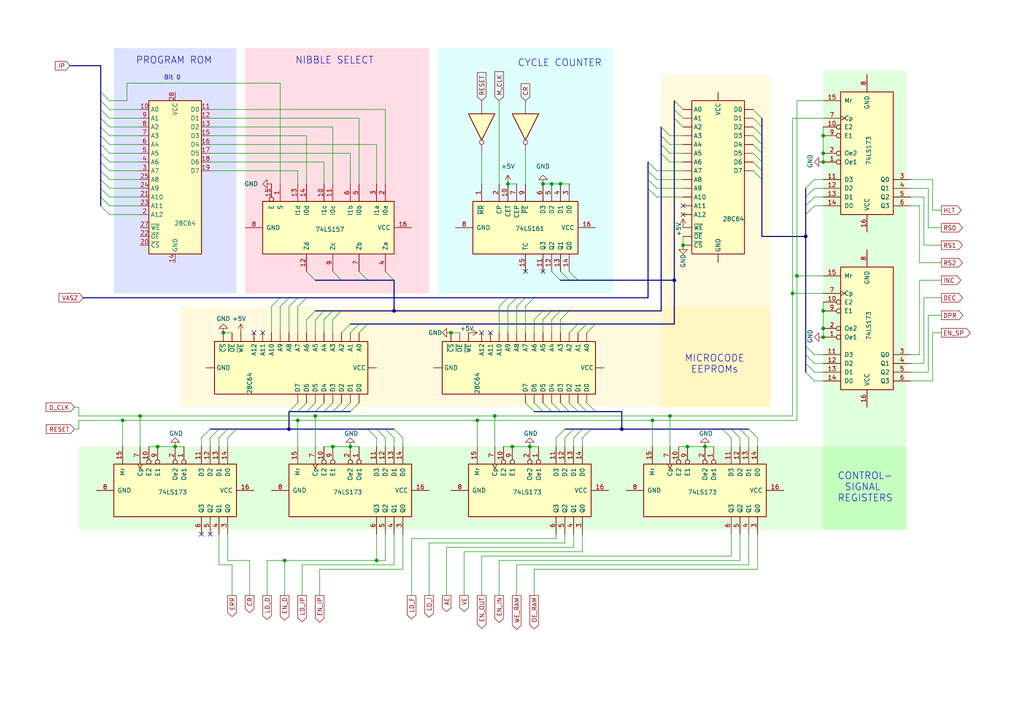
<source format=kicad_sch>
(kicad_sch (version 20231120) (generator "eeschema") (generator_version "8.0")
  (paper "A4")
  (junction (at 238.76 97.79))
  (junction (at 35.56 121.92))
  (junction (at 238.76 90.17))
  (junction (at 199.39 129.54))
  (junction (at 195.58 81.28))
  (junction (at 238.76 46.99))
  (junction (at 204.47 129.54))
  (junction (at 238.76 44.45))
  (junction (at 83.82 124.46))
  (junction (at 233.68 68.58))
  (junction (at 101.6 129.54))
  (junction (at 143.51 120.65))
  (junction (at 64.77 96.52))
  (junction (at 148.59 129.54))
  (junction (at 180.34 124.46))
  (junction (at 229.87 85.09))
  (junction (at 138.43 121.92))
  (junction (at 91.44 120.65))
  (junction (at 40.64 120.65))
  (junction (at 147.32 53.34))
  (junction (at 114.3 90.17))
  (junction (at 86.36 121.92))
  (junction (at 50.8 129.54))
  (junction (at 109.22 162.56))
  (junction (at 238.76 95.25))
  (junction (at 238.76 39.37))
  (junction (at 96.52 129.54))
  (junction (at 157.48 53.34))
  (junction (at 189.23 121.92))
  (junction (at 198.12 71.12))
  (junction (at 82.55 162.56))
  (junction (at 194.31 120.65))
  (junction (at 45.72 129.54))
  (junction (at 162.56 53.34))
  (junction (at 130.81 96.52))
  (junction (at 153.67 129.54))
  (junction (at 231.14 80.01))
  (junction (at 160.02 53.34))
  (no_connect (at 73.66 96.52))
  (no_connect (at 58.42 154.94))
  (no_connect (at 157.48 78.74))
  (no_connect (at 152.4 78.74))
  (no_connect (at 198.12 62.23))
  (no_connect (at 60.96 154.94))
  (no_connect (at 198.12 59.69))
  (no_connect (at 142.24 96.52))
  (no_connect (at 76.2 96.52))
  (no_connect (at 139.7 96.52))
  (bus_entry (at 114.3 127) (size -2.54 -2.54))
  (bus_entry (at 191.77 36.83) (size 2.54 2.54))
  (bus_entry (at 160.02 116.84) (size 2.54 2.54))
  (bus_entry (at 93.98 119.38) (size 2.54 -2.54))
  (bus_entry (at 167.64 96.52) (size 2.54 -2.54))
  (bus_entry (at 111.76 78.74) (size 2.54 2.54))
  (bus_entry (at 144.78 88.9) (size 2.54 -2.54))
  (bus_entry (at 86.36 119.38) (size 2.54 -2.54))
  (bus_entry (at 170.18 116.84) (size 2.54 2.54))
  (bus_entry (at 104.14 96.52) (size 2.54 -2.54))
  (bus_entry (at 86.36 88.9) (size 2.54 -2.54))
  (bus_entry (at 88.9 119.38) (size 2.54 -2.54))
  (bus_entry (at 154.94 92.71) (size 2.54 -2.54))
  (bus_entry (at 60.96 127) (size 2.54 -2.54))
  (bus_entry (at 233.68 54.61) (size 2.54 -2.54))
  (bus_entry (at 218.44 49.53) (size 2.54 2.54))
  (bus_entry (at 29.21 59.69) (size 2.54 2.54))
  (bus_entry (at 218.44 46.99) (size 2.54 2.54))
  (bus_entry (at 116.84 127) (size -2.54 -2.54))
  (bus_entry (at 99.06 96.52) (size 2.54 -2.54))
  (bus_entry (at 29.21 36.83) (size 2.54 2.54))
  (bus_entry (at 29.21 49.53) (size 2.54 2.54))
  (bus_entry (at 187.96 52.07) (size 2.54 2.54))
  (bus_entry (at 218.44 36.83) (size 2.54 2.54))
  (bus_entry (at 233.68 100.33) (size 2.54 2.54))
  (bus_entry (at 165.1 96.52) (size 2.54 -2.54))
  (bus_entry (at 165.1 78.74) (size 2.54 2.54))
  (bus_entry (at 63.5 127) (size 2.54 -2.54))
  (bus_entry (at 168.91 127) (size 2.54 -2.54))
  (bus_entry (at 29.21 29.21) (size 2.54 2.54))
  (bus_entry (at 166.37 127) (size 2.54 -2.54))
  (bus_entry (at 66.04 127) (size 2.54 -2.54))
  (bus_entry (at 218.44 44.45) (size 2.54 2.54))
  (bus_entry (at 154.94 116.84) (size 2.54 2.54))
  (bus_entry (at 83.82 119.38) (size 2.54 -2.54))
  (bus_entry (at 96.52 78.74) (size 2.54 2.54))
  (bus_entry (at 162.56 78.74) (size 2.54 2.54))
  (bus_entry (at 81.28 88.9) (size 2.54 -2.54))
  (bus_entry (at 152.4 88.9) (size 2.54 -2.54))
  (bus_entry (at 29.21 54.61) (size 2.54 2.54))
  (bus_entry (at 191.77 41.91) (size 2.54 2.54))
  (bus_entry (at 29.21 31.75) (size 2.54 2.54))
  (bus_entry (at 218.44 31.75) (size 2.54 2.54))
  (bus_entry (at 99.06 90.17) (size -2.54 2.54))
  (bus_entry (at 29.21 41.91) (size 2.54 2.54))
  (bus_entry (at 187.96 46.99) (size 2.54 2.54))
  (bus_entry (at 157.48 116.84) (size 2.54 2.54))
  (bus_entry (at 29.21 57.15) (size 2.54 2.54))
  (bus_entry (at 109.22 127) (size -2.54 -2.54))
  (bus_entry (at 147.32 88.9) (size 2.54 -2.54))
  (bus_entry (at 93.98 90.17) (size -2.54 2.54))
  (bus_entry (at 78.74 88.9) (size 2.54 -2.54))
  (bus_entry (at 96.52 119.38) (size 2.54 -2.54))
  (bus_entry (at 233.68 105.41) (size 2.54 2.54))
  (bus_entry (at 111.76 127) (size -2.54 -2.54))
  (bus_entry (at 160.02 92.71) (size 2.54 -2.54))
  (bus_entry (at 233.68 62.23) (size 2.54 -2.54))
  (bus_entry (at 217.17 127) (size -2.54 -2.54))
  (bus_entry (at 218.44 34.29) (size 2.54 2.54))
  (bus_entry (at 191.77 44.45) (size 2.54 2.54))
  (bus_entry (at 195.58 29.21) (size 2.54 2.54))
  (bus_entry (at 195.58 31.75) (size 2.54 2.54))
  (bus_entry (at 218.44 41.91) (size 2.54 2.54))
  (bus_entry (at 160.02 78.74) (size 2.54 2.54))
  (bus_entry (at 214.63 127) (size -2.54 -2.54))
  (bus_entry (at 29.21 46.99) (size 2.54 2.54))
  (bus_entry (at 96.52 90.17) (size -2.54 2.54))
  (bus_entry (at 165.1 116.84) (size 2.54 2.54))
  (bus_entry (at 219.71 127) (size -2.54 -2.54))
  (bus_entry (at 104.14 78.74) (size 2.54 2.54))
  (bus_entry (at 191.77 39.37) (size 2.54 2.54))
  (bus_entry (at 58.42 127) (size 2.54 -2.54))
  (bus_entry (at 29.21 44.45) (size 2.54 2.54))
  (bus_entry (at 29.21 52.07) (size 2.54 2.54))
  (bus_entry (at 162.56 116.84) (size 2.54 2.54))
  (bus_entry (at 161.29 127) (size 2.54 -2.54))
  (bus_entry (at 170.18 96.52) (size 2.54 -2.54))
  (bus_entry (at 233.68 102.87) (size 2.54 2.54))
  (bus_entry (at 149.86 88.9) (size 2.54 -2.54))
  (bus_entry (at 163.83 127) (size 2.54 -2.54))
  (bus_entry (at 233.68 59.69) (size 2.54 -2.54))
  (bus_entry (at 233.68 107.95) (size 2.54 2.54))
  (bus_entry (at 91.44 119.38) (size 2.54 -2.54))
  (bus_entry (at 29.21 26.67) (size 2.54 2.54))
  (bus_entry (at 29.21 34.29) (size 2.54 2.54))
  (bus_entry (at 187.96 49.53) (size 2.54 2.54))
  (bus_entry (at 101.6 96.52) (size 2.54 -2.54))
  (bus_entry (at 88.9 78.74) (size 2.54 2.54))
  (bus_entry (at 195.58 34.29) (size 2.54 2.54))
  (bus_entry (at 29.21 39.37) (size 2.54 2.54))
  (bus_entry (at 101.6 119.38) (size 2.54 -2.54))
  (bus_entry (at 157.48 92.71) (size 2.54 -2.54))
  (bus_entry (at 212.09 127) (size -2.54 -2.54))
  (bus_entry (at 99.06 119.38) (size 2.54 -2.54))
  (bus_entry (at 152.4 116.84) (size 2.54 2.54))
  (bus_entry (at 165.1 90.17) (size -2.54 2.54))
  (bus_entry (at 218.44 39.37) (size 2.54 2.54))
  (bus_entry (at 167.64 116.84) (size 2.54 2.54))
  (bus_entry (at 187.96 54.61) (size 2.54 2.54))
  (bus_entry (at 83.82 88.9) (size 2.54 -2.54))
  (bus_entry (at 233.68 57.15) (size 2.54 -2.54))
  (bus_entry (at 91.44 90.17) (size -2.54 2.54))
  (wire (pts (xy 194.31 44.45) (xy 198.12 44.45)))
  (bus (pts (xy 180.34 119.38) (xy 180.34 124.46)))
  (wire (pts (xy 236.22 57.15) (xy 238.76 57.15)))
  (bus (pts (xy 88.9 119.38) (xy 91.44 119.38)))
  (wire (pts (xy 31.75 41.91) (xy 40.64 41.91)))
  (wire (pts (xy 60.96 127) (xy 60.96 129.54)))
  (wire (pts (xy 266.7 59.69) (xy 266.7 76.2)))
  (wire (pts (xy 77.47 162.56) (xy 77.47 172.72)))
  (wire (pts (xy 212.09 154.94) (xy 212.09 161.29)))
  (bus (pts (xy 91.44 81.28) (xy 99.06 81.28)))
  (wire (pts (xy 96.52 36.83) (xy 96.52 53.34)))
  (wire (pts (xy 143.51 120.65) (xy 194.31 120.65)))
  (wire (pts (xy 194.31 120.65) (xy 229.87 120.65)))
  (wire (pts (xy 149.86 163.83) (xy 149.86 172.72)))
  (bus (pts (xy 162.56 81.28) (xy 165.1 81.28)))
  (wire (pts (xy 63.5 163.83) (xy 67.31 163.83)))
  (wire (pts (xy 160.02 53.34) (xy 162.56 53.34)))
  (bus (pts (xy 220.98 39.37) (xy 220.98 41.91)))
  (wire (pts (xy 78.74 88.9) (xy 78.74 96.52)))
  (wire (pts (xy 266.7 102.87) (xy 266.7 81.28)))
  (bus (pts (xy 187.96 54.61) (xy 187.96 86.36)))
  (bus (pts (xy 29.21 39.37) (xy 29.21 41.91)))
  (wire (pts (xy 157.48 92.71) (xy 157.48 96.52)))
  (bus (pts (xy 220.98 46.99) (xy 220.98 49.53)))
  (wire (pts (xy 22.86 124.46) (xy 21.59 124.46)))
  (bus (pts (xy 195.58 34.29) (xy 195.58 81.28)))
  (wire (pts (xy 219.71 127) (xy 219.71 129.54)))
  (bus (pts (xy 147.32 86.36) (xy 149.86 86.36)))
  (bus (pts (xy 29.21 57.15) (xy 29.21 59.69)))
  (wire (pts (xy 138.43 121.92) (xy 138.43 129.54)))
  (wire (pts (xy 104.14 34.29) (xy 104.14 53.34)))
  (bus (pts (xy 195.58 93.98) (xy 172.72 93.98)))
  (wire (pts (xy 66.04 162.56) (xy 72.39 162.56)))
  (wire (pts (xy 219.71 154.94) (xy 219.71 165.1)))
  (bus (pts (xy 195.58 31.75) (xy 195.58 34.29)))
  (bus (pts (xy 109.22 124.46) (xy 111.76 124.46)))
  (bus (pts (xy 93.98 119.38) (xy 96.52 119.38)))
  (bus (pts (xy 88.9 86.36) (xy 147.32 86.36)))
  (bus (pts (xy 220.98 52.07) (xy 220.98 68.58)))
  (bus (pts (xy 195.58 81.28) (xy 195.58 93.98)))
  (wire (pts (xy 231.14 29.21) (xy 231.14 80.01)))
  (bus (pts (xy 166.37 124.46) (xy 168.91 124.46)))
  (bus (pts (xy 111.76 124.46) (xy 114.3 124.46)))
  (wire (pts (xy 86.36 88.9) (xy 86.36 96.52)))
  (wire (pts (xy 91.44 92.71) (xy 91.44 96.52)))
  (bus (pts (xy 29.21 36.83) (xy 29.21 39.37)))
  (wire (pts (xy 190.5 54.61) (xy 198.12 54.61)))
  (wire (pts (xy 236.22 54.61) (xy 238.76 54.61)))
  (wire (pts (xy 163.83 127) (xy 163.83 129.54)))
  (wire (pts (xy 266.7 81.28) (xy 273.05 81.28)))
  (wire (pts (xy 264.16 107.95) (xy 269.24 107.95)))
  (wire (pts (xy 270.51 60.96) (xy 273.05 60.96)))
  (bus (pts (xy 24.13 86.36) (xy 81.28 86.36)))
  (bus (pts (xy 167.64 93.98) (xy 170.18 93.98)))
  (wire (pts (xy 236.22 102.87) (xy 238.76 102.87)))
  (bus (pts (xy 29.21 31.75) (xy 29.21 34.29)))
  (wire (pts (xy 163.83 154.94) (xy 163.83 157.48)))
  (wire (pts (xy 116.84 165.1) (xy 92.71 165.1)))
  (wire (pts (xy 93.98 46.99) (xy 93.98 53.34)))
  (bus (pts (xy 29.21 54.61) (xy 29.21 57.15)))
  (wire (pts (xy 190.5 57.15) (xy 198.12 57.15)))
  (wire (pts (xy 231.14 80.01) (xy 238.76 80.01)))
  (wire (pts (xy 161.29 156.21) (xy 119.38 156.21)))
  (wire (pts (xy 194.31 41.91) (xy 198.12 41.91)))
  (wire (pts (xy 124.46 157.48) (xy 124.46 172.72)))
  (wire (pts (xy 166.37 158.75) (xy 129.54 158.75)))
  (wire (pts (xy 229.87 120.65) (xy 229.87 85.09)))
  (bus (pts (xy 172.72 119.38) (xy 170.18 119.38)))
  (wire (pts (xy 153.67 129.54) (xy 156.21 129.54)))
  (bus (pts (xy 99.06 90.17) (xy 114.3 90.17)))
  (bus (pts (xy 233.68 105.41) (xy 233.68 107.95)))
  (wire (pts (xy 267.97 71.12) (xy 273.05 71.12)))
  (wire (pts (xy 60.96 34.29) (xy 104.14 34.29)))
  (wire (pts (xy 194.31 39.37) (xy 198.12 39.37)))
  (wire (pts (xy 267.97 57.15) (xy 267.97 71.12)))
  (wire (pts (xy 270.51 96.52) (xy 273.05 96.52)))
  (wire (pts (xy 152.4 44.45) (xy 152.4 53.34)))
  (wire (pts (xy 43.18 129.54) (xy 45.72 129.54)))
  (wire (pts (xy 194.31 120.65) (xy 194.31 129.54)))
  (wire (pts (xy 66.04 154.94) (xy 66.04 162.56)))
  (wire (pts (xy 22.86 121.92) (xy 22.86 124.46)))
  (wire (pts (xy 236.22 59.69) (xy 238.76 59.69)))
  (wire (pts (xy 236.22 107.95) (xy 238.76 107.95)))
  (bus (pts (xy 20.32 19.05) (xy 29.21 19.05)))
  (wire (pts (xy 31.75 49.53) (xy 40.64 49.53)))
  (wire (pts (xy 111.76 154.94) (xy 111.76 162.56)))
  (bus (pts (xy 106.68 93.98) (xy 167.64 93.98)))
  (bus (pts (xy 99.06 81.28) (xy 106.68 81.28)))
  (bus (pts (xy 212.09 124.46) (xy 214.63 124.46)))
  (wire (pts (xy 31.75 57.15) (xy 40.64 57.15)))
  (wire (pts (xy 166.37 154.94) (xy 166.37 158.75)))
  (wire (pts (xy 147.32 88.9) (xy 147.32 96.52)))
  (bus (pts (xy 191.77 41.91) (xy 191.77 44.45)))
  (wire (pts (xy 114.3 127) (xy 114.3 129.54)))
  (wire (pts (xy 238.76 39.37) (xy 238.76 44.45)))
  (bus (pts (xy 220.98 44.45) (xy 220.98 46.99)))
  (wire (pts (xy 190.5 49.53) (xy 198.12 49.53)))
  (wire (pts (xy 116.84 154.94) (xy 116.84 165.1)))
  (bus (pts (xy 157.48 119.38) (xy 154.94 119.38)))
  (wire (pts (xy 129.54 158.75) (xy 129.54 172.72)))
  (wire (pts (xy 35.56 121.92) (xy 86.36 121.92)))
  (wire (pts (xy 267.97 86.36) (xy 273.05 86.36)))
  (wire (pts (xy 22.86 121.92) (xy 35.56 121.92)))
  (wire (pts (xy 87.63 163.83) (xy 87.63 172.72)))
  (bus (pts (xy 29.21 34.29) (xy 29.21 36.83)))
  (bus (pts (xy 154.94 86.36) (xy 187.96 86.36)))
  (wire (pts (xy 214.63 162.56) (xy 144.78 162.56)))
  (wire (pts (xy 31.75 62.23) (xy 40.64 62.23)))
  (wire (pts (xy 168.91 160.02) (xy 134.62 160.02)))
  (wire (pts (xy 168.91 127) (xy 168.91 129.54)))
  (bus (pts (xy 157.48 90.17) (xy 160.02 90.17)))
  (wire (pts (xy 217.17 127) (xy 217.17 129.54)))
  (wire (pts (xy 229.87 85.09) (xy 229.87 34.29)))
  (wire (pts (xy 264.16 54.61) (xy 269.24 54.61)))
  (bus (pts (xy 160.02 119.38) (xy 157.48 119.38)))
  (wire (pts (xy 204.47 129.54) (xy 207.01 129.54)))
  (wire (pts (xy 139.7 44.45) (xy 139.7 53.34)))
  (bus (pts (xy 233.68 68.58) (xy 233.68 100.33)))
  (bus (pts (xy 220.98 34.29) (xy 220.98 36.83)))
  (wire (pts (xy 31.75 36.83) (xy 40.64 36.83)))
  (wire (pts (xy 266.7 76.2) (xy 273.05 76.2)))
  (bus (pts (xy 187.96 46.99) (xy 187.96 49.53)))
  (wire (pts (xy 168.91 154.94) (xy 168.91 160.02)))
  (wire (pts (xy 86.36 49.53) (xy 86.36 53.34)))
  (bus (pts (xy 29.21 49.53) (xy 29.21 52.07)))
  (wire (pts (xy 93.98 92.71) (xy 93.98 96.52)))
  (bus (pts (xy 170.18 119.38) (xy 167.64 119.38)))
  (wire (pts (xy 238.76 29.21) (xy 231.14 29.21)))
  (wire (pts (xy 81.28 24.13) (xy 81.28 53.34)))
  (bus (pts (xy 171.45 124.46) (xy 180.34 124.46)))
  (wire (pts (xy 152.4 88.9) (xy 152.4 96.52)))
  (wire (pts (xy 31.75 46.99) (xy 40.64 46.99)))
  (wire (pts (xy 269.24 107.95) (xy 269.24 91.44)))
  (bus (pts (xy 233.68 59.69) (xy 233.68 62.23)))
  (bus (pts (xy 220.98 36.83) (xy 220.98 39.37)))
  (bus (pts (xy 165.1 90.17) (xy 191.77 90.17)))
  (bus (pts (xy 187.96 49.53) (xy 187.96 52.07)))
  (wire (pts (xy 81.28 88.9) (xy 81.28 96.52)))
  (wire (pts (xy 36.83 24.13) (xy 81.28 24.13)))
  (bus (pts (xy 168.91 124.46) (xy 171.45 124.46)))
  (wire (pts (xy 63.5 127) (xy 63.5 129.54)))
  (bus (pts (xy 114.3 81.28) (xy 114.3 90.17)))
  (wire (pts (xy 93.98 129.54) (xy 96.52 129.54)))
  (wire (pts (xy 77.47 162.56) (xy 82.55 162.56)))
  (wire (pts (xy 138.43 121.92) (xy 189.23 121.92)))
  (wire (pts (xy 114.3 154.94) (xy 114.3 163.83)))
  (bus (pts (xy 91.44 90.17) (xy 93.98 90.17)))
  (wire (pts (xy 82.55 162.56) (xy 109.22 162.56)))
  (bus (pts (xy 96.52 90.17) (xy 99.06 90.17)))
  (wire (pts (xy 217.17 163.83) (xy 149.86 163.83)))
  (wire (pts (xy 31.75 54.61) (xy 40.64 54.61)))
  (wire (pts (xy 144.78 88.9) (xy 144.78 96.52)))
  (bus (pts (xy 165.1 119.38) (xy 162.56 119.38)))
  (wire (pts (xy 109.22 127) (xy 109.22 129.54)))
  (bus (pts (xy 68.58 124.46) (xy 83.82 124.46)))
  (wire (pts (xy 264.16 110.49) (xy 270.51 110.49)))
  (wire (pts (xy 86.36 121.92) (xy 86.36 129.54)))
  (bus (pts (xy 149.86 86.36) (xy 152.4 86.36)))
  (wire (pts (xy 154.94 92.71) (xy 154.94 96.52)))
  (bus (pts (xy 170.18 93.98) (xy 172.72 93.98)))
  (wire (pts (xy 114.3 163.83) (xy 87.63 163.83)))
  (wire (pts (xy 264.16 57.15) (xy 267.97 57.15)))
  (wire (pts (xy 214.63 154.94) (xy 214.63 162.56)))
  (wire (pts (xy 96.52 129.54) (xy 101.6 129.54)))
  (wire (pts (xy 270.51 110.49) (xy 270.51 96.52)))
  (wire (pts (xy 146.05 129.54) (xy 148.59 129.54)))
  (bus (pts (xy 220.98 68.58) (xy 233.68 68.58)))
  (bus (pts (xy 29.21 29.21) (xy 29.21 31.75)))
  (wire (pts (xy 60.96 31.75) (xy 111.76 31.75)))
  (bus (pts (xy 29.21 46.99) (xy 29.21 49.53)))
  (wire (pts (xy 31.75 44.45) (xy 40.64 44.45)))
  (bus (pts (xy 29.21 41.91) (xy 29.21 44.45)))
  (bus (pts (xy 91.44 119.38) (xy 93.98 119.38)))
  (bus (pts (xy 63.5 124.46) (xy 66.04 124.46)))
  (wire (pts (xy 196.85 129.54) (xy 199.39 129.54)))
  (bus (pts (xy 83.82 124.46) (xy 106.68 124.46)))
  (wire (pts (xy 134.62 160.02) (xy 134.62 172.72)))
  (wire (pts (xy 189.23 121.92) (xy 231.14 121.92)))
  (wire (pts (xy 116.84 127) (xy 116.84 129.54)))
  (bus (pts (xy 233.68 62.23) (xy 233.68 68.58)))
  (bus (pts (xy 180.34 124.46) (xy 209.55 124.46)))
  (wire (pts (xy 236.22 110.49) (xy 238.76 110.49)))
  (wire (pts (xy 147.32 53.34) (xy 149.86 53.34)))
  (wire (pts (xy 161.29 154.94) (xy 161.29 156.21)))
  (wire (pts (xy 91.44 120.65) (xy 143.51 120.65)))
  (bus (pts (xy 83.82 119.38) (xy 83.82 124.46)))
  (bus (pts (xy 114.3 90.17) (xy 157.48 90.17)))
  (wire (pts (xy 214.63 127) (xy 214.63 129.54)))
  (bus (pts (xy 60.96 124.46) (xy 63.5 124.46)))
  (bus (pts (xy 29.21 19.05) (xy 29.21 26.67)))
  (bus (pts (xy 191.77 39.37) (xy 191.77 41.91)))
  (wire (pts (xy 229.87 34.29) (xy 238.76 34.29)))
  (wire (pts (xy 143.51 120.65) (xy 143.51 129.54)))
  (wire (pts (xy 22.86 120.65) (xy 40.64 120.65)))
  (wire (pts (xy 212.09 127) (xy 212.09 129.54)))
  (wire (pts (xy 88.9 92.71) (xy 88.9 96.52)))
  (wire (pts (xy 31.75 29.21) (xy 36.83 29.21)))
  (bus (pts (xy 86.36 119.38) (xy 88.9 119.38)))
  (wire (pts (xy 269.24 54.61) (xy 269.24 66.04)))
  (wire (pts (xy 238.76 87.63) (xy 238.76 90.17)))
  (wire (pts (xy 238.76 95.25) (xy 238.76 97.79)))
  (wire (pts (xy 264.16 105.41) (xy 267.97 105.41)))
  (bus (pts (xy 233.68 54.61) (xy 233.68 57.15)))
  (wire (pts (xy 198.12 68.58) (xy 198.12 71.12)))
  (wire (pts (xy 269.24 66.04) (xy 273.05 66.04)))
  (wire (pts (xy 269.24 91.44) (xy 273.05 91.44)))
  (wire (pts (xy 45.72 129.54) (xy 50.8 129.54)))
  (bus (pts (xy 104.14 93.98) (xy 106.68 93.98)))
  (wire (pts (xy 267.97 105.41) (xy 267.97 86.36)))
  (bus (pts (xy 29.21 26.67) (xy 29.21 29.21)))
  (wire (pts (xy 160.02 92.71) (xy 160.02 96.52)))
  (wire (pts (xy 40.64 120.65) (xy 91.44 120.65)))
  (bus (pts (xy 167.64 81.28) (xy 195.58 81.28)))
  (bus (pts (xy 83.82 86.36) (xy 86.36 86.36)))
  (wire (pts (xy 217.17 154.94) (xy 217.17 163.83)))
  (wire (pts (xy 149.86 88.9) (xy 149.86 96.52)))
  (wire (pts (xy 60.96 36.83) (xy 96.52 36.83)))
  (wire (pts (xy 31.75 59.69) (xy 40.64 59.69)))
  (bus (pts (xy 191.77 36.83) (xy 191.77 39.37)))
  (wire (pts (xy 36.83 29.21) (xy 36.83 24.13)))
  (wire (pts (xy 190.5 52.07) (xy 198.12 52.07)))
  (bus (pts (xy 220.98 41.91) (xy 220.98 44.45)))
  (wire (pts (xy 236.22 105.41) (xy 238.76 105.41)))
  (wire (pts (xy 35.56 121.92) (xy 35.56 129.54)))
  (bus (pts (xy 162.56 90.17) (xy 165.1 90.17)))
  (wire (pts (xy 219.71 165.1) (xy 154.94 165.1)))
  (wire (pts (xy 22.86 120.65) (xy 22.86 118.11)))
  (bus (pts (xy 180.34 119.38) (xy 172.72 119.38)))
  (wire (pts (xy 109.22 154.94) (xy 109.22 162.56)))
  (bus (pts (xy 233.68 102.87) (xy 233.68 105.41)))
  (wire (pts (xy 166.37 127) (xy 166.37 129.54)))
  (wire (pts (xy 157.48 53.34) (xy 160.02 53.34)))
  (bus (pts (xy 162.56 119.38) (xy 160.02 119.38)))
  (bus (pts (xy 99.06 119.38) (xy 101.6 119.38)))
  (bus (pts (xy 81.28 86.36) (xy 83.82 86.36)))
  (bus (pts (xy 195.58 29.21) (xy 195.58 31.75)))
  (wire (pts (xy 109.22 41.91) (xy 109.22 53.34)))
  (wire (pts (xy 91.44 120.65) (xy 91.44 129.54)))
  (wire (pts (xy 83.82 88.9) (xy 83.82 96.52)))
  (wire (pts (xy 50.8 129.54) (xy 53.34 129.54)))
  (wire (pts (xy 264.16 52.07) (xy 270.51 52.07)))
  (bus (pts (xy 96.52 119.38) (xy 99.06 119.38)))
  (wire (pts (xy 139.7 161.29) (xy 139.7 172.72)))
  (wire (pts (xy 63.5 154.94) (xy 63.5 163.83)))
  (wire (pts (xy 60.96 46.99) (xy 93.98 46.99)))
  (bus (pts (xy 101.6 93.98) (xy 104.14 93.98)))
  (wire (pts (xy 72.39 162.56) (xy 72.39 172.72)))
  (bus (pts (xy 29.21 44.45) (xy 29.21 46.99)))
  (wire (pts (xy 64.77 96.52) (xy 67.31 96.52)))
  (wire (pts (xy 101.6 44.45) (xy 101.6 53.34)))
  (wire (pts (xy 60.96 39.37) (xy 88.9 39.37)))
  (bus (pts (xy 191.77 44.45) (xy 191.77 90.17)))
  (bus (pts (xy 163.83 124.46) (xy 166.37 124.46)))
  (wire (pts (xy 67.31 163.83) (xy 67.31 172.72)))
  (bus (pts (xy 233.68 100.33) (xy 233.68 102.87)))
  (bus (pts (xy 29.21 52.07) (xy 29.21 54.61)))
  (wire (pts (xy 109.22 162.56) (xy 111.76 162.56)))
  (wire (pts (xy 58.42 127) (xy 58.42 129.54)))
  (wire (pts (xy 270.51 52.07) (xy 270.51 60.96)))
  (wire (pts (xy 31.75 39.37) (xy 40.64 39.37)))
  (wire (pts (xy 111.76 127) (xy 111.76 129.54)))
  (wire (pts (xy 238.76 44.45) (xy 238.76 46.99)))
  (wire (pts (xy 60.96 44.45) (xy 101.6 44.45)))
  (bus (pts (xy 86.36 86.36) (xy 88.9 86.36)))
  (wire (pts (xy 66.04 127) (xy 66.04 129.54)))
  (bus (pts (xy 165.1 81.28) (xy 167.64 81.28)))
  (bus (pts (xy 66.04 124.46) (xy 68.58 124.46)))
  (wire (pts (xy 31.75 34.29) (xy 40.64 34.29)))
  (bus (pts (xy 209.55 124.46) (xy 212.09 124.46)))
  (wire (pts (xy 88.9 39.37) (xy 88.9 53.34)))
  (bus (pts (xy 167.64 119.38) (xy 165.1 119.38)))
  (wire (pts (xy 31.75 31.75) (xy 40.64 31.75)))
  (wire (pts (xy 162.56 92.71) (xy 162.56 96.52)))
  (wire (pts (xy 22.86 118.11) (xy 21.59 118.11)))
  (wire (pts (xy 264.16 59.69) (xy 266.7 59.69)))
  (bus (pts (xy 83.82 119.38) (xy 86.36 119.38)))
  (bus (pts (xy 233.68 57.15) (xy 233.68 59.69)))
  (wire (pts (xy 96.52 92.71) (xy 96.52 96.52)))
  (wire (pts (xy 111.76 31.75) (xy 111.76 53.34)))
  (wire (pts (xy 163.83 157.48) (xy 124.46 157.48)))
  (wire (pts (xy 154.94 165.1) (xy 154.94 172.72)))
  (wire (pts (xy 238.76 36.83) (xy 238.76 39.37)))
  (wire (pts (xy 144.78 29.21) (xy 144.78 53.34)))
  (wire (pts (xy 229.87 85.09) (xy 238.76 85.09)))
  (wire (pts (xy 231.14 80.01) (xy 231.14 121.92)))
  (bus (pts (xy 214.63 124.46) (xy 217.17 124.46)))
  (wire (pts (xy 40.64 129.54) (xy 40.64 120.65)))
  (wire (pts (xy 60.96 49.53) (xy 86.36 49.53)))
  (bus (pts (xy 106.68 81.28) (xy 114.3 81.28)))
  (wire (pts (xy 162.56 53.34) (xy 165.1 53.34)))
  (wire (pts (xy 236.22 52.07) (xy 238.76 52.07)))
  (wire (pts (xy 31.75 52.07) (xy 40.64 52.07)))
  (wire (pts (xy 212.09 161.29) (xy 139.7 161.29)))
  (wire (pts (xy 161.29 127) (xy 161.29 129.54)))
  (wire (pts (xy 86.36 121.92) (xy 138.43 121.92)))
  (wire (pts (xy 130.81 96.52) (xy 133.35 96.52)))
  (wire (pts (xy 101.6 129.54) (xy 104.14 129.54)))
  (bus (pts (xy 220.98 49.53) (xy 220.98 52.07)))
  (wire (pts (xy 238.76 90.17) (xy 238.76 95.25)))
  (wire (pts (xy 148.59 129.54) (xy 153.67 129.54)))
  (wire (pts (xy 144.78 162.56) (xy 144.78 172.72)))
  (bus (pts (xy 187.96 52.07) (xy 187.96 54.61)))
  (bus (pts (xy 152.4 86.36) (xy 154.94 86.36)))
  (wire (pts (xy 264.16 102.87) (xy 266.7 102.87)))
  (wire (pts (xy 194.31 46.99) (xy 198.12 46.99)))
  (wire (pts (xy 60.96 41.91) (xy 109.22 41.91)))
  (wire (pts (xy 82.55 162.56) (xy 82.55 172.72)))
  (wire (pts (xy 119.38 156.21) (xy 119.38 172.72)))
  (wire (pts (xy 92.71 165.1) (xy 92.71 172.72)))
  (bus (pts (xy 93.98 90.17) (xy 96.52 90.17)))
  (bus (pts (xy 160.02 90.17) (xy 162.56 90.17)))
  (wire (pts (xy 189.23 121.92) (xy 189.23 129.54)))
  (wire (pts (xy 199.39 129.54) (xy 204.47 129.54)))
  (bus (pts (xy 106.68 124.46) (xy 109.22 124.46)))
  (rectangle (start 22.86 129.54) (end 262.89 153.67) (stroke (width -0.0001)) (fill (type color) (color 35 255 0 0.14)))
  (rectangle (start 33.02 13.97) (end 68.58 85.09) (stroke (width -0.0001)) (fill (type color) (color 32 62 255 0.15)))
  (rectangle (start 71.12 13.97) (end 124.46 85.09) (stroke (width -0.0001)) (fill (type color) (color 255 31 75 0.15)))
  (rectangle (start 52.07 88.9) (end 223.52 118.11) (stroke (width -0.0001)) (fill (type color) (color 255 215 21 0.14)))
  (rectangle (start 238.76 20.32) (end 262.89 153.67) (stroke (width -0.0001)) (fill (type color) (color 35 255 0 0.14)))
  (rectangle (start 127 13.97) (end 177.8 85.09) (stroke (width -0.0001)) (fill (type color) (color 40 255 238 0.15)))
  (rectangle (start 191.77 21.59) (end 223.52 118.11) (stroke (width -0.0001)) (fill (type color) (color 255 215 21 0.14)))
  (text "MICROCODE\nEEPROMs" (at 207.264 108.458 0) (effects (font (size 2 2)) (justify bottom)))
  (text "Bit 0" (at 47.498 23.368 0) (effects (font (size 1.27 1.27)) (justify left bottom)))
  (text "PROGRAM ROM" (at 39.37 18.796 0) (effects (font (size 2 2)) (justify left bottom)))
  (text "CONTROL-\nSIGNAL \nREGISTERS" (at 250.952 145.796 0) (effects (font (size 2 2)) (justify bottom)))
  (text "NIBBLE SELECT" (at 85.598 18.796 0) (effects (font (size 2 2)) (justify left bottom)))
  (text "CYCLE COUNTER" (at 150.114 19.558 0) (effects (font (size 2 2)) (justify left bottom)))
  (global_label "INC" (shape output) (at 273.05 81.28 0) (property "Intersheetrefs" "${INTERSHEET_REFS}" (effects (hide yes))))
  (global_label "RESET" (shape input) (at 21.59 124.46 180) (property "Intersheetrefs" "${INTERSHEET_REFS}" (effects (hide yes))))
  (global_label "CR" (shape output) (at 72.39 172.72 270) (property "Intersheetrefs" "${INTERSHEET_REFS}" (effects (hide yes))))
  (global_label "EN_IN" (shape output) (at 144.78 172.72 270) (property "Intersheetrefs" "${INTERSHEET_REFS}" (effects (hide yes))))
  (global_label "AE" (shape output) (at 129.54 172.72 270) (property "Intersheetrefs" "${INTERSHEET_REFS}" (effects (hide yes))))
  (global_label "DPR" (shape output) (at 273.05 91.44 0) (property "Intersheetrefs" "${INTERSHEET_REFS}" (effects (hide yes))))
  (global_label "RS0" (shape output) (at 273.05 66.04 0) (property "Intersheetrefs" "${INTERSHEET_REFS}" (effects (hide yes))))
  (global_label "OE_RAM" (shape output) (at 154.94 172.72 270) (property "Intersheetrefs" "${INTERSHEET_REFS}" (effects (hide yes))))
  (global_label "LD_F" (shape output) (at 119.38 172.72 270) (property "Intersheetrefs" "${INTERSHEET_REFS}" (effects (hide yes))))
  (global_label "LD_IP" (shape output) (at 87.63 172.72 270) (property "Intersheetrefs" "${INTERSHEET_REFS}" (effects (hide yes))))
  (global_label "ERR" (shape output) (at 67.31 172.72 270) (property "Intersheetrefs" "${INTERSHEET_REFS}" (effects (hide yes))))
  (global_label "VASZ" (shape input) (at 24.13 86.36 180) (property "Intersheetrefs" "${INTERSHEET_REFS}" (effects (hide yes))))
  (global_label "RS1" (shape output) (at 273.05 71.12 0) (property "Intersheetrefs" "${INTERSHEET_REFS}" (effects (hide yes))))
  (global_label "CR" (shape input) (at 152.4 29.21 90) (property "Intersheetrefs" "${INTERSHEET_REFS}" (effects (hide yes))))
  (global_label "D_CLK" (shape input) (at 21.59 118.11 180) (property "Intersheetrefs" "${INTERSHEET_REFS}" (effects (hide yes))))
  (global_label "M_CLK" (shape input) (at 144.78 29.21 90) (property "Intersheetrefs" "${INTERSHEET_REFS}" (effects (hide yes))))
  (global_label "EN_OUT" (shape output) (at 139.7 172.72 270) (property "Intersheetrefs" "${INTERSHEET_REFS}" (effects (hide yes))))
  (global_label "WE_RAM" (shape output) (at 149.86 172.72 270) (property "Intersheetrefs" "${INTERSHEET_REFS}" (effects (hide yes))))
  (global_label "HLT" (shape output) (at 273.05 60.96 0) (property "Intersheetrefs" "${INTERSHEET_REFS}" (effects (hide yes))))
  (global_label "DEC" (shape output) (at 273.05 86.36 0) (property "Intersheetrefs" "${INTERSHEET_REFS}" (effects (hide yes))))
  (global_label "LD_D" (shape output) (at 77.47 172.72 270) (property "Intersheetrefs" "${INTERSHEET_REFS}" (effects (hide yes))))
  (global_label "EN_SP" (shape output) (at 273.05 96.52 0) (property "Intersheetrefs" "${INTERSHEET_REFS}" (effects (hide yes))))
  (global_label "VE" (shape output) (at 134.62 172.72 270) (property "Intersheetrefs" "${INTERSHEET_REFS}" (effects (hide yes))))
  (global_label "RS2" (shape output) (at 273.05 76.2 0) (property "Intersheetrefs" "${INTERSHEET_REFS}" (effects (hide yes))))
  (global_label "IP" (shape input) (at 20.32 19.05 180) (property "Intersheetrefs" "${INTERSHEET_REFS}" (effects (hide yes))))
  (global_label "RESET" (shape input) (at 139.7 29.21 90) (property "Intersheetrefs" "${INTERSHEET_REFS}" (effects (hide yes))))
  (global_label "EN_D" (shape output) (at 82.55 172.72 270) (property "Intersheetrefs" "${INTERSHEET_REFS}" (effects (hide yes))))
  (global_label "EN_IP" (shape output) (at 92.71 172.72 270) (property "Intersheetrefs" "${INTERSHEET_REFS}" (effects (hide yes))))
  (global_label "LD_I" (shape output) (at 124.46 172.72 270) (property "Intersheetrefs" "${INTERSHEET_REFS}" (effects (hide yes))))
  (symbol (lib_id "74xx:74LS173") (at 251.46 44.45 0) (mirror x) (unit 1)
    (property "Reference" "U14" (effects (hide yes)))
    (property "Value" "74LS173" (at 251.968 43.688 90))
    (property "Datasheet" "http://www.ti.com/lit/gpn/sn74LS173" (effects (hide yes)))
    (property "Description" "4-bit D-type Register, 3 state out" (effects (hide yes)))
  )
  (symbol (lib_id "power:GND") (at 204.47 129.54 180) (unit 1)
    (property "Reference" "#PWR9" (effects (hide yes)))
    (property "Value" "GND" (at 204.724 125.73 0))
    (property "Description" "Power symbol creates a global label with name \"GND\" , ground" (effects (hide yes)))
  )
  (symbol (lib_name "74LS173_4") (lib_id "74xx:74LS173") (at 204.47 142.24 270) (unit 1)
    (property "Reference" "U12" (effects (hide yes)))
    (property "Value" "74LS173" (at 203.708 142.748 90))
    (property "Datasheet" "http://www.ti.com/lit/gpn/sn74LS173" (effects (hide yes)))
    (property "Description" "4-bit D-type Register, 3 state out" (effects (hide yes)))
  )
  (symbol (lib_id "Memory_EEPROM:28C256") (at 50.8 54.61 0) (unit 1)
    (property "Reference" "U1" (effects (hide yes)))
    (property "Value" "28C64" (at 50.546 64.77 0) (effects (justify left)))
    (property "Datasheet" "http://ww1.microchip.com/downloads/en/DeviceDoc/doc0006.pdf" (effects (hide yes)))
  )
  (symbol (lib_name "28C256_1") (lib_id "Memory_EEPROM:28C256") (at 208.28 54.61 0) (unit 1)
    (property "Reference" "U5" (effects (hide yes)))
    (property "Value" "28C64" (at 209.55 63.5 0) (effects (justify left)))
    (property "Datasheet" "http://ww1.microchip.com/downloads/en/DeviceDoc/doc0006.pdf" (effects (hide yes)))
  )
  (symbol (lib_id "power:GND") (at 50.8 129.54 180) (unit 1)
    (property "Reference" "#PWR6" (effects (hide yes)))
    (property "Value" "GND" (at 51.054 125.73 0))
    (property "Description" "Power symbol creates a global label with name \"GND\" , ground" (effects (hide yes)))
  )
  (symbol (lib_name "74LS173_1") (lib_id "74xx:74LS173") (at 50.8 142.24 270) (unit 1)
    (property "Reference" "U9" (effects (hide yes)))
    (property "Value" "74LS173" (at 50.038 142.748 90))
    (property "Datasheet" "http://www.ti.com/lit/gpn/sn74LS173" (effects (hide yes)))
    (property "Description" "4-bit D-type Register, 3 state out" (effects (hide yes)))
  )
  (symbol (lib_name "74LS173_2") (lib_id "74xx:74LS173") (at 101.6 142.24 270) (unit 1)
    (property "Reference" "U10" (effects (hide yes)))
    (property "Value" "74LS173" (at 100.838 142.748 90))
    (property "Datasheet" "http://www.ti.com/lit/gpn/sn74LS173" (effects (hide yes)))
    (property "Description" "4-bit D-type Register, 3 state out" (effects (hide yes)))
  )
  (symbol (lib_id "power:GND") (at 64.77 96.52 180) (unit 1)
    (property "Reference" "#PWR04" (effects (hide yes)))
    (property "Value" "GND" (at 64.77 92.456 0))
    (property "Description" "Power symbol creates a global label with name \"GND\" , ground" (effects (hide yes)))
  )
  (symbol (lib_id "74xx:74LS157") (at 96.52 66.04 270) (unit 1)
    (property "Reference" "U2" (effects (hide yes)))
    (property "Value" "74LS157" (at 91.44 66.548 90) (effects (justify left)))
    (property "Datasheet" "http://www.ti.com/lit/gpn/sn74LS157" (effects (hide yes)))
  )
  (symbol (lib_id "power:GND") (at 130.81 96.52 270) (unit 1)
    (property "Reference" "#PWR05" (effects (hide yes)))
    (property "Value" "GND" (at 126.238 96.52 90))
    (property "Description" "Power symbol creates a global label with name \"GND\" , ground" (effects (hide yes)))
  )
  (symbol (lib_name "28C256_3") (lib_id "Memory_EEPROM:28C256") (at 81.28 106.68 270) (unit 1)
    (property "Reference" "U3" (effects (hide yes)))
    (property "Value" "28C64" (at 72.39 107.95 0) (effects (justify left)))
    (property "Datasheet" "http://ww1.microchip.com/downloads/en/DeviceDoc/doc0006.pdf" (effects (hide yes)))
  )
  (symbol (lib_id "74xx:74LS04") (at 139.7 36.83 270) (unit 1)
    (property "Reference" "U7" (effects (hide yes)))
    (property "Value" "74LS04" (effects (hide yes)))
    (property "Datasheet" "http://www.ti.com/lit/gpn/sn74LS04" (effects (hide yes)))
    (property "Description" "Hex Inverter" (effects (hide yes)))
  )
  (symbol (lib_id "power:+5V") (at 69.85 96.52 0) (unit 1)
    (property "Reference" "#PWR12" (effects (hide yes)))
    (property "Value" "+5V" (at 69.342 92.456 0))
    (property "Description" "Power symbol creates a global label with name \"+5V\"" (effects (hide yes)))
  )
  (symbol (lib_id "power:GND") (at 238.76 97.79 270) (unit 1)
    (property "Reference" "#PWR10" (effects (hide yes)))
    (property "Value" "GND" (at 234.95 97.536 0))
    (property "Description" "Power symbol creates a global label with name \"GND\" , ground" (effects (hide yes)))
  )
  (symbol (lib_id "74xx:74LS161") (at 152.4 66.04 270) (unit 1)
    (property "Reference" "U6" (effects (hide yes)))
    (property "Value" "74LS161" (at 153.67 66.294 90))
    (property "Datasheet" "http://www.ti.com/lit/gpn/sn74LS161" (effects (hide yes)))
    (property "Description" "Synchronous 4-bit programmable binary Counter" (effects (hide yes)))
  )
  (symbol (lib_id "power:GND") (at 157.48 53.34 180) (unit 1)
    (property "Reference" "#PWR03" (effects (hide yes)))
    (property "Value" "GND" (at 157.48 48.26 0))
    (property "Description" "Power symbol creates a global label with name \"GND\" , ground" (effects (hide yes)))
  )
  (symbol (lib_id "power:GND") (at 153.67 129.54 180) (unit 1)
    (property "Reference" "#PWR8" (effects (hide yes)))
    (property "Value" "GND" (at 153.924 125.73 0))
    (property "Description" "Power symbol creates a global label with name \"GND\" , ground" (effects (hide yes)))
  )
  (symbol (lib_id "power:+5V") (at 135.89 96.52 270) (unit 1)
    (property "Reference" "#PWR13" (effects (hide yes)))
    (property "Value" "+5V" (at 133.35 95.25 90) (effects (justify left)))
    (property "Description" "Power symbol creates a global label with name \"+5V\"" (effects (hide yes)))
  )
  (symbol (lib_name "74LS173_5") (lib_id "74xx:74LS173") (at 251.46 95.25 0) (mirror x) (unit 1)
    (property "Reference" "U13" (effects (hide yes)))
    (property "Value" "74LS173" (at 251.968 94.488 90))
    (property "Datasheet" "http://www.ti.com/lit/gpn/sn74LS173" (effects (hide yes)))
    (property "Description" "4-bit D-type Register, 3 state out" (effects (hide yes)))
  )
  (symbol (lib_id "74xx:74LS04") (at 152.4 36.83 270) (unit 1)
    (property "Reference" "U8" (effects (hide yes)))
    (property "Value" "74LS04" (effects (hide yes)))
    (property "Datasheet" "http://www.ti.com/lit/gpn/sn74LS04" (effects (hide yes)))
    (property "Description" "Hex Inverter" (effects (hide yes)))
  )
  (symbol (lib_id "power:GND") (at 101.6 129.54 180) (unit 1)
    (property "Reference" "#PWR7" (effects (hide yes)))
    (property "Value" "GND" (at 101.854 125.73 0))
    (property "Description" "Power symbol creates a global label with name \"GND\" , ground" (effects (hide yes)))
  )
  (symbol (lib_id "power:+5V") (at 147.32 53.34 0) (unit 1)
    (property "Reference" "#PWR02" (effects (hide yes)))
    (property "Value" "+5V" (at 147.32 48.26 0))
    (property "Description" "Power symbol creates a global label with name \"+5V\"" (effects (hide yes)))
  )
  (symbol (lib_id "power:+5V") (at 198.12 66.04 0) (unit 1)
    (property "Reference" "#PWR14" (effects (hide yes)))
    (property "Value" "+5V" (at 196.85 68.58 90) (effects (justify left)))
    (property "Description" "Power symbol creates a global label with name \"+5V\"" (effects (hide yes)))
  )
  (symbol (lib_id "power:GND") (at 238.76 46.99 270) (unit 1)
    (property "Reference" "#PWR11" (effects (hide yes)))
    (property "Value" "GND" (at 234.95 46.736 0))
    (property "Description" "Power symbol creates a global label with name \"GND\" , ground" (effects (hide yes)))
  )
  (symbol (lib_id "power:GND") (at 78.74 53.34 270) (unit 1)
    (property "Reference" "#PWR01" (effects (hide yes)))
    (property "Value" "GND" (at 74.93 53.3399 90) (effects (justify right)))
    (property "Description" "Power symbol creates a global label with name \"GND\" , ground" (effects (hide yes)))
  )
  (symbol (lib_id "power:GND") (at 198.12 71.12 0) (unit 1)
    (property "Reference" "#PWR15" (effects (hide yes)))
    (property "Value" "GND" (at 198.12 75.692 90))
    (property "Description" "Power symbol creates a global label with name \"GND\" , ground" (effects (hide yes)))
  )
  (symbol (lib_name "74LS173_3") (lib_id "74xx:74LS173") (at 153.67 142.24 270) (unit 1)
    (property "Reference" "U11" (effects (hide yes)))
    (property "Value" "74LS173" (at 152.908 142.748 90))
    (property "Datasheet" "http://www.ti.com/lit/gpn/sn74LS173" (effects (hide yes)))
    (property "Description" "4-bit D-type Register, 3 state out" (effects (hide yes)))
  )
  (symbol (lib_name "28C256_2") (lib_id "Memory_EEPROM:28C256") (at 147.32 106.68 270) (unit 1)
    (property "Reference" "U4" (effects (hide yes)))
    (property "Value" "28C64" (at 138.43 107.95 0) (effects (justify left)))
    (property "Datasheet" "http://ww1.microchip.com/downloads/en/DeviceDoc/doc0006.pdf" (effects (hide yes)))
  )
)
</source>
